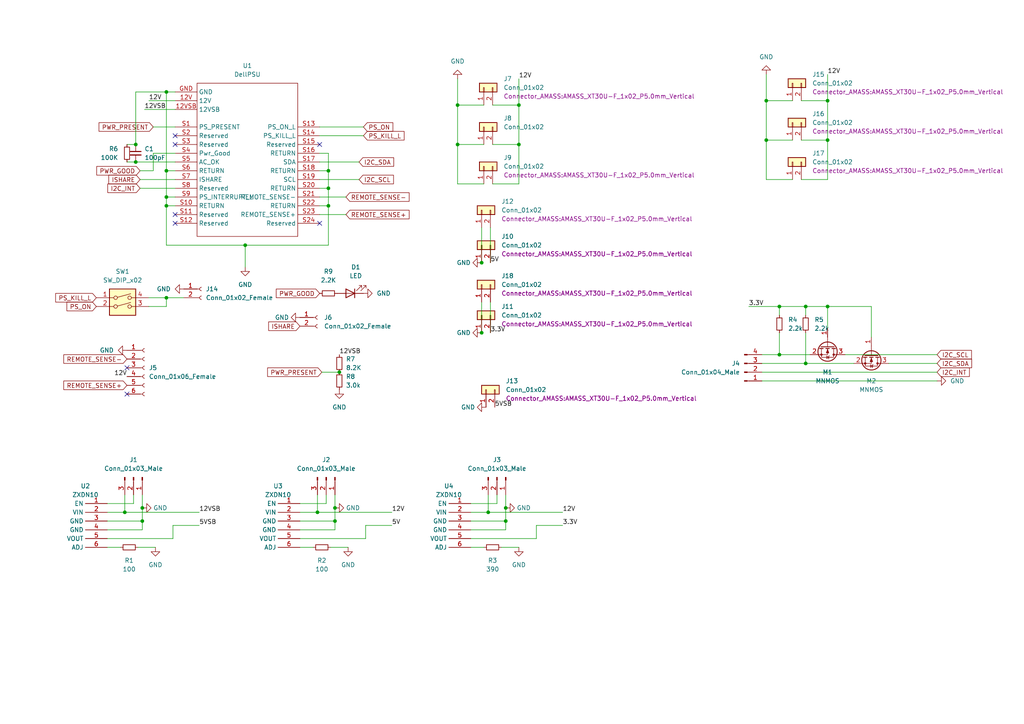
<source format=kicad_sch>
(kicad_sch (version 20211123) (generator eeschema)
  (paper "A4")
  (lib_symbols
    (symbol "Connector:Conn_01x02_Female" (pin_names (offset 1.016) hide)
      (property "Reference" "J" (at 0 2.54 0))
      (property "Value" "Conn_01x02_Female" (at 0 -5.08 0))
      (symbol "Conn_01x02_Female_1_1"
        (arc (start 0 -2.032) (mid -0.508 -2.54) (end 0 -3.048) (stroke (width 0.1524)))
        (polyline (pts (xy -1.27 -2.54) (xy -0.508 -2.54)) (stroke (width 0.1524)))
        (polyline (pts (xy -1.27 0) (xy -0.508 0)) (stroke (width 0.1524)))
        (arc (start 0 0.508) (mid -0.508 0) (end 0 -0.508) (stroke (width 0.1524)))
        (pin passive line (at -5.08 0 0) (length 3.81) (name "Pin_1") (number "1"))
        (pin passive line (at -5.08 -2.54 0) (length 3.81) (name "Pin_2") (number "2"))
      )
    )
    (symbol "Connector:Conn_01x03_Male" (pin_names (offset 1.016) hide)
      (property "Reference" "J" (at 0 5.08 0))
      (property "Value" "Conn_01x03_Male" (at 0 -5.08 0))
      (symbol "Conn_01x03_Male_1_1"
        (polyline (pts (xy 1.27 -2.54) (xy 0.8636 -2.54)) (stroke (width 0.1524)))
        (polyline (pts (xy 1.27 0) (xy 0.8636 0)) (stroke (width 0.1524)))
        (polyline (pts (xy 1.27 2.54) (xy 0.8636 2.54)) (stroke (width 0.1524)))
        (rectangle (start 0.8636 -2.413) (end 0 -2.667) (stroke (width 0.1524)) (fill (type outline)))
        (rectangle (start 0.8636 0.127) (end 0 -0.127) (stroke (width 0.1524)) (fill (type outline)))
        (rectangle (start 0.8636 2.667) (end 0 2.413) (stroke (width 0.1524)) (fill (type outline)))
        (pin passive line (at 5.08 2.54 180) (length 3.81) (name "Pin_1") (number "1"))
        (pin passive line (at 5.08 0 180) (length 3.81) (name "Pin_2") (number "2"))
        (pin passive line (at 5.08 -2.54 180) (length 3.81) (name "Pin_3") (number "3"))
      )
    )
    (symbol "Connector:Conn_01x04_Male" (pin_names (offset 1.016) hide)
      (property "Reference" "J" (at 0 5.08 0))
      (property "Value" "Conn_01x04_Male" (at 0 -7.62 0))
      (symbol "Conn_01x04_Male_1_1"
        (polyline (pts (xy 1.27 -5.08) (xy 0.8636 -5.08)) (stroke (width 0.1524)))
        (polyline (pts (xy 1.27 -2.54) (xy 0.8636 -2.54)) (stroke (width 0.1524)))
        (polyline (pts (xy 1.27 0) (xy 0.8636 0)) (stroke (width 0.1524)))
        (polyline (pts (xy 1.27 2.54) (xy 0.8636 2.54)) (stroke (width 0.1524)))
        (rectangle (start 0.8636 -4.953) (end 0 -5.207) (stroke (width 0.1524)) (fill (type outline)))
        (rectangle (start 0.8636 -2.413) (end 0 -2.667) (stroke (width 0.1524)) (fill (type outline)))
        (rectangle (start 0.8636 0.127) (end 0 -0.127) (stroke (width 0.1524)) (fill (type outline)))
        (rectangle (start 0.8636 2.667) (end 0 2.413) (stroke (width 0.1524)) (fill (type outline)))
        (pin passive line (at 5.08 2.54 180) (length 3.81) (name "Pin_1") (number "1"))
        (pin passive line (at 5.08 0 180) (length 3.81) (name "Pin_2") (number "2"))
        (pin passive line (at 5.08 -2.54 180) (length 3.81) (name "Pin_3") (number "3"))
        (pin passive line (at 5.08 -5.08 180) (length 3.81) (name "Pin_4") (number "4"))
      )
    )
    (symbol "Connector:Conn_01x06_Female" (pin_names (offset 1.016) hide)
      (property "Reference" "J" (at 0 7.62 0))
      (property "Value" "Conn_01x06_Female" (at 0 -10.16 0))
      (symbol "Conn_01x06_Female_1_1"
        (arc (start 0 -7.112) (mid -0.508 -7.62) (end 0 -8.128) (stroke (width 0.1524)))
        (arc (start 0 -4.572) (mid -0.508 -5.08) (end 0 -5.588) (stroke (width 0.1524)))
        (arc (start 0 -2.032) (mid -0.508 -2.54) (end 0 -3.048) (stroke (width 0.1524)))
        (polyline (pts (xy -1.27 -7.62) (xy -0.508 -7.62)) (stroke (width 0.1524)))
        (polyline (pts (xy -1.27 -5.08) (xy -0.508 -5.08)) (stroke (width 0.1524)))
        (polyline (pts (xy -1.27 -2.54) (xy -0.508 -2.54)) (stroke (width 0.1524)))
        (polyline (pts (xy -1.27 0) (xy -0.508 0)) (stroke (width 0.1524)))
        (polyline (pts (xy -1.27 2.54) (xy -0.508 2.54)) (stroke (width 0.1524)))
        (polyline (pts (xy -1.27 5.08) (xy -0.508 5.08)) (stroke (width 0.1524)))
        (arc (start 0 0.508) (mid -0.508 0) (end 0 -0.508) (stroke (width 0.1524)))
        (arc (start 0 3.048) (mid -0.508 2.54) (end 0 2.032) (stroke (width 0.1524)))
        (arc (start 0 5.588) (mid -0.508 5.08) (end 0 4.572) (stroke (width 0.1524)))
        (pin passive line (at -5.08 5.08 0) (length 3.81) (name "Pin_1") (number "1"))
        (pin passive line (at -5.08 2.54 0) (length 3.81) (name "Pin_2") (number "2"))
        (pin passive line (at -5.08 0 0) (length 3.81) (name "Pin_3") (number "3"))
        (pin passive line (at -5.08 -2.54 0) (length 3.81) (name "Pin_4") (number "4"))
        (pin passive line (at -5.08 -5.08 0) (length 3.81) (name "Pin_5") (number "5"))
        (pin passive line (at -5.08 -7.62 0) (length 3.81) (name "Pin_6") (number "6"))
      )
    )
    (symbol "Connector_Generic:Conn_01x02" (pin_names (offset 1.016) hide)
      (property "Reference" "J" (at 0 2.54 0))
      (property "Value" "Conn_01x02" (at 0 -5.08 0))
      (symbol "Conn_01x02_1_1"
        (rectangle (start -1.27 -2.413) (end 0 -2.667) (stroke (width 0.1524)))
        (rectangle (start -1.27 0.127) (end 0 -0.127) (stroke (width 0.1524)))
        (rectangle (start -1.27 1.27) (end 1.27 -3.81) (stroke (width 0.254)) (fill (type background)))
        (pin passive line (at -5.08 0 0) (length 3.81) (name "Pin_1") (number "1"))
        (pin passive line (at -5.08 -2.54 0) (length 3.81) (name "Pin_2") (number "2"))
      )
    )
    (symbol "Device:C_Small" (pin_numbers hide) (pin_names (offset 0.254) hide)
      (property "Reference" "C" (at 0.254 1.778 0))
      (property "Value" "C_Small" (at 0.254 -2.032 0))
      (symbol "C_Small_0_1"
        (polyline (pts (xy -1.524 -0.508) (xy 1.524 -0.508)) (stroke (width 0.3302)))
        (polyline (pts (xy -1.524 0.508) (xy 1.524 0.508)) (stroke (width 0.3048)))
      )
      (symbol "C_Small_1_1"
        (pin passive line (at 0 2.54 270) (length 2.032) (name "~") (number "1"))
        (pin passive line (at 0 -2.54 90) (length 2.032) (name "~") (number "2"))
      )
    )
    (symbol "Device:LED" (pin_numbers hide) (pin_names (offset 1.016) hide)
      (property "Reference" "D" (at 0 2.54 0))
      (property "Value" "LED" (at 0 -2.54 0))
      (symbol "LED_0_1"
        (polyline (pts (xy -1.27 -1.27) (xy -1.27 1.27)) (stroke (width 0.254)))
        (polyline (pts (xy -1.27 0) (xy 1.27 0)))
        (polyline (pts (xy 1.27 -1.27) (xy 1.27 1.27) (xy -1.27 0) (xy 1.27 -1.27)) (stroke (width 0.254)))
        (polyline (pts (xy -3.048 -0.762) (xy -4.572 -2.286) (xy -3.81 -2.286) (xy -4.572 -2.286) (xy -4.572 -1.524)))
        (polyline (pts (xy -1.778 -0.762) (xy -3.302 -2.286) (xy -2.54 -2.286) (xy -3.302 -2.286) (xy -3.302 -1.524)))
      )
      (symbol "LED_1_1"
        (pin passive line (at -3.81 0 0) (length 2.54) (name "K") (number "1"))
        (pin passive line (at 3.81 0 180) (length 2.54) (name "A") (number "2"))
      )
    )
    (symbol "Device:Q_NMOS_GSD" (pin_names (offset 0) hide)
      (property "Reference" "Q" (at 5.08 1.27 0))
      (property "Value" "Q_NMOS_GSD" (at 5.08 -1.27 0))
      (symbol "Q_NMOS_GSD_0_1"
        (polyline (pts (xy 0.254 0) (xy -2.54 0)))
        (polyline (pts (xy 0.254 1.905) (xy 0.254 -1.905)) (stroke (width 0.254)))
        (polyline (pts (xy 0.762 -1.27) (xy 0.762 -2.286)) (stroke (width 0.254)))
        (polyline (pts (xy 0.762 0.508) (xy 0.762 -0.508)) (stroke (width 0.254)))
        (polyline (pts (xy 0.762 2.286) (xy 0.762 1.27)) (stroke (width 0.254)))
        (polyline (pts (xy 2.54 2.54) (xy 2.54 1.778)))
        (polyline (pts (xy 2.54 -2.54) (xy 2.54 0) (xy 0.762 0)))
        (polyline (pts (xy 0.762 -1.778) (xy 3.302 -1.778) (xy 3.302 1.778) (xy 0.762 1.778)))
        (polyline (pts (xy 1.016 0) (xy 2.032 0.381) (xy 2.032 -0.381) (xy 1.016 0)) (fill (type outline)))
        (polyline (pts (xy 2.794 0.508) (xy 2.921 0.381) (xy 3.683 0.381) (xy 3.81 0.254)))
        (polyline (pts (xy 3.302 0.381) (xy 2.921 -0.254) (xy 3.683 -0.254) (xy 3.302 0.381)))
        (circle (center 1.651 0) (radius 2.794) (stroke (width 0.254)))
        (circle (center 2.54 -1.778) (radius 0.254) (fill (type outline)))
        (circle (center 2.54 1.778) (radius 0.254) (fill (type outline)))
      )
      (symbol "Q_NMOS_GSD_1_1"
        (pin input line (at -5.08 0 0) (length 2.54) (name "G") (number "1"))
        (pin passive line (at 2.54 -5.08 90) (length 2.54) (name "S") (number "2"))
        (pin passive line (at 2.54 5.08 270) (length 2.54) (name "D") (number "3"))
      )
    )
    (symbol "Device:R_Small" (pin_numbers hide) (pin_names (offset 0.254) hide)
      (property "Reference" "R" (at 0.762 0.508 0))
      (property "Value" "R_Small" (at 0.762 -1.016 0))
      (symbol "R_Small_0_1"
        (rectangle (start -0.762 1.778) (end 0.762 -1.778) (stroke (width 0.2032)))
      )
      (symbol "R_Small_1_1"
        (pin passive line (at 0 2.54 270) (length 0.762) (name "~") (number "1"))
        (pin passive line (at 0 -2.54 90) (length 0.762) (name "~") (number "2"))
      )
    )
    (symbol "Library:DellPSU"
      (property "Reference" "U" (at 8.89 2.54 0))
      (property "Value" "DellPSU" (at 8.89 5.08 0))
      (symbol "DellPSU_0_1"
        (rectangle (start -2.54 0) (end 26.67 -44.45))
      )
      (symbol "DellPSU_1_1"
        (pin output line (at -8.89 -5.08 0) (length 6.35) (name "12V") (number "12V"))
        (pin output line (at -8.89 -7.62 0) (length 6.35) (name "12VSB") (number "12VSB"))
        (pin output line (at -8.89 -2.54 0) (length 6.35) (name "GND") (number "GND"))
        (pin output line (at -8.89 -12.7 0) (length 6.35) (name "PS_PRESENT") (number "S1"))
        (pin output line (at -8.89 -35.56 0) (length 6.35) (name "RETURN") (number "S10"))
        (pin output line (at -8.89 -38.1 0) (length 6.35) (name "Reserved") (number "S11"))
        (pin output line (at -8.89 -40.64 0) (length 6.35) (name "Reserved") (number "S12"))
        (pin output line (at 33.02 -12.7 180) (length 6.35) (name "PS_ON_L") (number "S13"))
        (pin output line (at 33.02 -15.24 180) (length 6.35) (name "PS_KILL_L") (number "S14"))
        (pin output line (at 33.02 -17.78 180) (length 6.35) (name "Reserved") (number "S15"))
        (pin output line (at 33.02 -20.32 180) (length 6.35) (name "RETURN") (number "S16"))
        (pin output line (at 33.02 -22.86 180) (length 6.35) (name "SDA") (number "S17"))
        (pin output line (at 33.02 -25.4 180) (length 6.35) (name "RETURN") (number "S18"))
        (pin output line (at 33.02 -27.94 180) (length 6.35) (name "SCL") (number "S19"))
        (pin output line (at -8.89 -15.24 0) (length 6.35) (name "Reserved") (number "S2"))
        (pin output line (at 33.02 -30.48 180) (length 6.35) (name "RETURN") (number "S20"))
        (pin output line (at 33.02 -33.02 180) (length 6.35) (name "REMOTE_SENSE-") (number "S21"))
        (pin output line (at 33.02 -35.56 180) (length 6.35) (name "RETURN") (number "S22"))
        (pin output line (at 33.02 -38.1 180) (length 6.35) (name "REMOTE_SENSE+") (number "S23"))
        (pin output line (at 33.02 -40.64 180) (length 6.35) (name "Reserved") (number "S24"))
        (pin output line (at -8.89 -17.78 0) (length 6.35) (name "Reserved") (number "S3"))
        (pin output line (at -8.89 -20.32 0) (length 6.35) (name "Pwr_Good") (number "S4"))
        (pin output line (at -8.89 -22.86 0) (length 6.35) (name "AC_OK") (number "S5"))
        (pin output line (at -8.89 -25.4 0) (length 6.35) (name "RETURN") (number "S6"))
        (pin output line (at -8.89 -27.94 0) (length 6.35) (name "ISHARE") (number "S7"))
        (pin output line (at -8.89 -30.48 0) (length 6.35) (name "Reserved") (number "S8"))
        (pin output line (at -8.89 -33.02 0) (length 6.35) (name "PS_INTERRUPT_L") (number "S9"))
      )
    )
    (symbol "Library:ZXDN10"
      (property "Reference" "U" (at 0 0 0))
      (property "Value" "ZXDN10" (at 0 2.54 0))
      (symbol "ZXDN10_1_1"
        (pin output line (at 3.81 -3.81 180) (length 6.35) (name "EN") (number "1"))
        (pin output line (at 3.81 -6.35 180) (length 6.35) (name "VIN") (number "2"))
        (pin output line (at 3.81 -8.89 180) (length 6.35) (name "GND") (number "3"))
        (pin output line (at 3.81 -11.43 180) (length 6.35) (name "GND") (number "4"))
        (pin output line (at 3.81 -13.97 180) (length 6.35) (name "VOUT") (number "5"))
        (pin output line (at 3.81 -16.51 180) (length 6.35) (name "ADJ") (number "6"))
      )
    )
    (symbol "Switch:SW_DIP_x02" (pin_names (offset 0) hide)
      (property "Reference" "SW" (at 0 6.35 0))
      (property "Value" "SW_DIP_x02" (at 0 -3.81 0))
      (symbol "SW_DIP_x02_0_0"
        (circle (center -2.032 0) (radius 0.508))
        (circle (center -2.032 2.54) (radius 0.508))
        (polyline (pts (xy -1.524 0.127) (xy 2.3622 1.1684)))
        (polyline (pts (xy -1.524 2.667) (xy 2.3622 3.7084)))
        (circle (center 2.032 0) (radius 0.508))
        (circle (center 2.032 2.54) (radius 0.508))
      )
      (symbol "SW_DIP_x02_0_1"
        (rectangle (start -3.81 5.08) (end 3.81 -2.54) (stroke (width 0.254)) (fill (type background)))
      )
      (symbol "SW_DIP_x02_1_1"
        (pin passive line (at -7.62 2.54 0) (length 5.08) (name "~") (number "1"))
        (pin passive line (at -7.62 0 0) (length 5.08) (name "~") (number "2"))
        (pin passive line (at 7.62 0 180) (length 5.08) (name "~") (number "3"))
        (pin passive line (at 7.62 2.54 180) (length 5.08) (name "~") (number "4"))
      )
    )
    (symbol "power:GND" (power) (pin_names (offset 0))
      (property "Value" "GND" (at 0 -3.81 0))
      (symbol "GND_0_1"
        (polyline (pts (xy 0 0) (xy 0 -1.27) (xy 1.27 -1.27) (xy 0 -2.54) (xy -1.27 -1.27) (xy 0 -1.27)))
      )
      (symbol "GND_1_1"
        (pin power_in line (at 0 0 270) (length 0) hide (name "GND") (number "1"))
      )
    )
  )
  (junction (at 226.06 102.87))
  (junction (at 71.12 71.12))
  (junction (at 39.37 41.91))
  (junction (at 141.605 148.59))
  (junction (at 146.685 151.13))
  (junction (at 132.715 30.48))
  (junction (at 240.03 40.64))
  (junction (at 48.26 49.53))
  (junction (at 150.495 30.48))
  (junction (at 139.7 76.2))
  (junction (at 97.155 147.32))
  (junction (at 222.25 40.64))
  (junction (at 226.06 88.9))
  (junction (at 97.155 151.13))
  (junction (at 36.195 148.59))
  (junction (at 48.26 59.69))
  (junction (at 233.68 105.41))
  (junction (at 92.075 148.59))
  (junction (at 132.715 41.91))
  (junction (at 41.275 151.13))
  (junction (at 233.68 88.9))
  (junction (at 39.37 46.99))
  (junction (at 95.25 54.61))
  (junction (at 48.26 57.15))
  (junction (at 222.25 29.21))
  (junction (at 41.275 147.32))
  (junction (at 95.25 49.53))
  (junction (at 146.685 147.32))
  (junction (at 95.25 59.69))
  (junction (at 48.26 86.36))
  (junction (at 240.03 88.9))
  (junction (at 48.26 26.67))
  (junction (at 98.425 107.95))
  (junction (at 150.495 41.91))
  (junction (at 139.7 96.52))
  (junction (at 240.03 29.21))
  (no_connect (at 36.83 114.3))
  (no_connect (at 36.83 106.68))
  (no_connect (at 92.71 64.77))
  (no_connect (at 50.8 62.23))
  (no_connect (at 50.8 41.91))
  (no_connect (at 50.8 39.37))
  (no_connect (at 50.8 64.77))
  (no_connect (at 92.71 41.91))
  (wire (pts (xy 240.03 88.9) (xy 252.73 88.9)))
  (wire (pts (xy 48.26 71.12) (xy 71.12 71.12)))
  (wire (pts (xy 92.71 57.15) (xy 100.33 57.15)))
  (wire (pts (xy 92.71 52.07) (xy 104.14 52.07)))
  (wire (pts (xy 146.685 151.13) (xy 136.525 151.13)))
  (wire (pts (xy 92.075 148.59) (xy 113.665 148.59)))
  (wire (pts (xy 48.26 59.69) (xy 48.26 71.12)))
  (wire (pts (xy 86.995 156.21) (xy 106.045 156.21)))
  (wire (pts (xy 39.37 26.67) (xy 48.26 26.67)))
  (wire (pts (xy 40.64 54.61) (xy 50.8 54.61)))
  (wire (pts (xy 95.885 158.75) (xy 100.965 158.75)))
  (wire (pts (xy 94.615 146.05) (xy 94.615 143.51)))
  (wire (pts (xy 36.83 46.99) (xy 39.37 46.99)))
  (wire (pts (xy 150.495 53.34) (xy 142.875 53.34)))
  (wire (pts (xy 44.45 49.53) (xy 44.45 44.45)))
  (wire (pts (xy 142.24 66.04) (xy 142.24 76.2)))
  (wire (pts (xy 155.575 152.4) (xy 163.195 152.4)))
  (wire (pts (xy 150.495 30.48) (xy 142.875 30.48)))
  (wire (pts (xy 43.18 88.9) (xy 48.26 88.9)))
  (wire (pts (xy 222.25 52.07) (xy 229.87 52.07)))
  (wire (pts (xy 252.73 88.9) (xy 252.73 97.79)))
  (wire (pts (xy 222.25 40.64) (xy 222.25 52.07)))
  (wire (pts (xy 222.25 29.21) (xy 222.25 40.64)))
  (wire (pts (xy 71.12 71.12) (xy 71.12 77.47)))
  (wire (pts (xy 132.715 41.91) (xy 140.335 41.91)))
  (wire (pts (xy 92.71 44.45) (xy 95.25 44.45)))
  (wire (pts (xy 40.64 49.53) (xy 44.45 49.53)))
  (wire (pts (xy 95.25 54.61) (xy 95.25 49.53)))
  (wire (pts (xy 220.98 105.41) (xy 233.68 105.41)))
  (wire (pts (xy 240.03 21.59) (xy 240.03 29.21)))
  (wire (pts (xy 136.525 156.21) (xy 155.575 156.21)))
  (wire (pts (xy 240.03 29.21) (xy 232.41 29.21)))
  (wire (pts (xy 36.195 148.59) (xy 36.195 143.51)))
  (wire (pts (xy 132.715 41.91) (xy 132.715 53.34)))
  (wire (pts (xy 257.81 105.41) (xy 271.78 105.41)))
  (wire (pts (xy 31.115 148.59) (xy 36.195 148.59)))
  (wire (pts (xy 44.45 36.83) (xy 50.8 36.83)))
  (wire (pts (xy 48.26 57.15) (xy 50.8 57.15)))
  (wire (pts (xy 97.155 151.13) (xy 86.995 151.13)))
  (wire (pts (xy 36.195 148.59) (xy 57.785 148.59)))
  (wire (pts (xy 95.25 71.12) (xy 95.25 59.69)))
  (wire (pts (xy 92.075 148.59) (xy 92.075 143.51)))
  (wire (pts (xy 86.995 148.59) (xy 92.075 148.59)))
  (wire (pts (xy 39.37 41.91) (xy 39.37 26.67)))
  (wire (pts (xy 132.715 30.48) (xy 132.715 41.91)))
  (wire (pts (xy 38.735 146.05) (xy 38.735 143.51)))
  (wire (pts (xy 31.115 156.21) (xy 50.165 156.21)))
  (wire (pts (xy 48.26 49.53) (xy 48.26 57.15)))
  (wire (pts (xy 92.71 59.69) (xy 95.25 59.69)))
  (wire (pts (xy 142.24 87.63) (xy 142.24 96.52)))
  (wire (pts (xy 31.115 158.75) (xy 34.925 158.75)))
  (wire (pts (xy 150.495 41.91) (xy 150.495 30.48)))
  (wire (pts (xy 245.11 102.87) (xy 271.78 102.87)))
  (wire (pts (xy 141.605 148.59) (xy 141.605 143.51)))
  (wire (pts (xy 93.345 107.95) (xy 98.425 107.95)))
  (wire (pts (xy 232.41 40.64) (xy 240.03 40.64)))
  (wire (pts (xy 136.525 146.05) (xy 144.145 146.05)))
  (wire (pts (xy 240.03 40.64) (xy 240.03 52.07)))
  (wire (pts (xy 92.71 46.99) (xy 104.14 46.99)))
  (wire (pts (xy 226.06 96.52) (xy 226.06 102.87)))
  (wire (pts (xy 95.25 49.53) (xy 95.25 44.45)))
  (wire (pts (xy 86.995 146.05) (xy 94.615 146.05)))
  (wire (pts (xy 92.71 39.37) (xy 105.41 39.37)))
  (wire (pts (xy 41.275 147.32) (xy 41.275 151.13)))
  (wire (pts (xy 233.68 88.9) (xy 233.68 91.44)))
  (wire (pts (xy 40.64 52.07) (xy 50.8 52.07)))
  (wire (pts (xy 50.165 152.4) (xy 57.785 152.4)))
  (wire (pts (xy 41.275 143.51) (xy 41.275 147.32)))
  (wire (pts (xy 146.685 147.32) (xy 146.685 151.13)))
  (wire (pts (xy 233.68 88.9) (xy 240.03 88.9)))
  (wire (pts (xy 48.26 57.15) (xy 48.26 59.69)))
  (wire (pts (xy 222.25 40.64) (xy 229.87 40.64)))
  (wire (pts (xy 141.605 148.59) (xy 163.195 148.59)))
  (wire (pts (xy 43.18 29.21) (xy 50.8 29.21)))
  (wire (pts (xy 92.71 36.83) (xy 105.41 36.83)))
  (wire (pts (xy 220.98 107.95) (xy 271.78 107.95)))
  (wire (pts (xy 36.83 41.91) (xy 39.37 41.91)))
  (wire (pts (xy 146.685 153.67) (xy 146.685 151.13)))
  (wire (pts (xy 240.03 52.07) (xy 232.41 52.07)))
  (wire (pts (xy 240.03 40.64) (xy 240.03 29.21)))
  (wire (pts (xy 142.875 41.91) (xy 150.495 41.91)))
  (wire (pts (xy 144.145 146.05) (xy 144.145 143.51)))
  (wire (pts (xy 41.275 151.13) (xy 31.115 151.13)))
  (wire (pts (xy 150.495 22.86) (xy 150.495 30.48)))
  (wire (pts (xy 41.275 153.67) (xy 41.275 151.13)))
  (wire (pts (xy 240.03 88.9) (xy 240.03 95.25)))
  (wire (pts (xy 136.525 158.75) (xy 140.335 158.75)))
  (wire (pts (xy 139.7 87.63) (xy 139.7 96.52)))
  (wire (pts (xy 226.06 88.9) (xy 233.68 88.9)))
  (wire (pts (xy 139.7 66.04) (xy 139.7 76.2)))
  (wire (pts (xy 220.98 110.49) (xy 271.78 110.49)))
  (wire (pts (xy 40.005 158.75) (xy 45.085 158.75)))
  (wire (pts (xy 97.155 153.67) (xy 97.155 151.13)))
  (wire (pts (xy 86.995 158.75) (xy 90.805 158.75)))
  (wire (pts (xy 48.26 49.53) (xy 50.8 49.53)))
  (wire (pts (xy 150.495 41.91) (xy 150.495 53.34)))
  (wire (pts (xy 31.115 146.05) (xy 38.735 146.05)))
  (wire (pts (xy 50.165 156.21) (xy 50.165 152.4)))
  (wire (pts (xy 97.155 143.51) (xy 97.155 147.32)))
  (wire (pts (xy 220.98 102.87) (xy 226.06 102.87)))
  (wire (pts (xy 95.25 59.69) (xy 95.25 54.61)))
  (wire (pts (xy 146.685 143.51) (xy 146.685 147.32)))
  (wire (pts (xy 48.26 26.67) (xy 48.26 49.53)))
  (wire (pts (xy 217.17 88.9) (xy 226.06 88.9)))
  (wire (pts (xy 43.18 86.36) (xy 48.26 86.36)))
  (wire (pts (xy 50.8 26.67) (xy 48.26 26.67)))
  (wire (pts (xy 48.26 88.9) (xy 48.26 86.36)))
  (wire (pts (xy 106.045 156.21) (xy 106.045 152.4)))
  (wire (pts (xy 132.715 22.86) (xy 132.715 30.48)))
  (wire (pts (xy 155.575 156.21) (xy 155.575 152.4)))
  (wire (pts (xy 92.71 54.61) (xy 95.25 54.61)))
  (wire (pts (xy 48.26 86.36) (xy 53.34 86.36)))
  (wire (pts (xy 92.71 62.23) (xy 100.33 62.23)))
  (wire (pts (xy 39.37 46.99) (xy 50.8 46.99)))
  (wire (pts (xy 233.68 105.41) (xy 247.65 105.41)))
  (wire (pts (xy 48.26 59.69) (xy 50.8 59.69)))
  (wire (pts (xy 226.06 102.87) (xy 234.95 102.87)))
  (wire (pts (xy 136.525 148.59) (xy 141.605 148.59)))
  (wire (pts (xy 44.45 44.45) (xy 50.8 44.45)))
  (wire (pts (xy 71.12 71.12) (xy 95.25 71.12)))
  (wire (pts (xy 222.25 21.59) (xy 222.25 29.21)))
  (wire (pts (xy 41.91 31.75) (xy 50.8 31.75)))
  (wire (pts (xy 226.06 88.9) (xy 226.06 91.44)))
  (wire (pts (xy 86.995 153.67) (xy 97.155 153.67)))
  (wire (pts (xy 145.415 158.75) (xy 150.495 158.75)))
  (wire (pts (xy 106.045 152.4) (xy 113.665 152.4)))
  (wire (pts (xy 92.71 49.53) (xy 95.25 49.53)))
  (wire (pts (xy 132.715 30.48) (xy 140.335 30.48)))
  (wire (pts (xy 136.525 153.67) (xy 146.685 153.67)))
  (wire (pts (xy 222.25 29.21) (xy 229.87 29.21)))
  (wire (pts (xy 97.155 147.32) (xy 97.155 151.13)))
  (wire (pts (xy 233.68 96.52) (xy 233.68 105.41)))
  (wire (pts (xy 31.115 153.67) (xy 41.275 153.67)))
  (wire (pts (xy 132.715 53.34) (xy 140.335 53.34)))
  (label "12V" (at 36.83 109.22 180))
  (label "5V" (at 113.665 152.4 0))
  (label "12V" (at 240.03 21.59 0))
  (label "12V" (at 150.495 22.86 0))
  (label "12V" (at 43.18 29.21 0))
  (label "5V" (at 142.24 76.2 0))
  (label "12VSB" (at 41.91 31.75 0))
  (label "3.3V" (at 217.17 88.9 0))
  (label "5VSB" (at 143.51 118.11 0))
  (label "3.3V" (at 163.195 152.4 0))
  (label "5VSB" (at 57.785 152.4 0))
  (label "12VSB" (at 98.425 102.87 0))
  (label "3.3V" (at 142.24 96.52 0))
  (label "12VSB" (at 57.785 148.59 0))
  (label "12V" (at 113.665 148.59 0))
  (label "12V" (at 163.195 148.59 0))
  (global_label "I2C_SCL" (shape input) (at 104.14 52.07 0) (property "插入图纸页参考" "${INTERSHEET_REFS}" (effects hide)))
  (global_label "I2C_SDA" (shape input) (at 271.78 105.41 0) (property "插入图纸页参考" "${INTERSHEET_REFS}" (effects hide)))
  (global_label "REMOTE_SENSE-" (shape input) (at 36.83 104.14 180) (property "插入图纸页参考" "${INTERSHEET_REFS}" (effects hide)))
  (global_label "PS_ON" (shape input) (at 27.94 88.9 180) (property "插入图纸页参考" "${INTERSHEET_REFS}" (effects hide)))
  (global_label "PWR_GOOD" (shape input) (at 92.71 85.09 180) (property "插入图纸页参考" "${INTERSHEET_REFS}" (effects hide)))
  (global_label "I2C_SDA" (shape input) (at 104.14 46.99 0) (property "插入图纸页参考" "${INTERSHEET_REFS}" (effects hide)))
  (global_label "REMOTE_SENSE+" (shape input) (at 100.33 62.23 0) (property "插入图纸页参考" "${INTERSHEET_REFS}" (effects hide)))
  (global_label "REMOTE_SENSE+" (shape input) (at 36.83 111.76 180) (property "插入图纸页参考" "${INTERSHEET_REFS}" (effects hide)))
  (global_label "I2C_INT" (shape input) (at 271.78 107.95 0) (property "插入图纸页参考" "${INTERSHEET_REFS}" (effects hide)))
  (global_label "PS_ON" (shape input) (at 105.41 36.83 0) (property "插入图纸页参考" "${INTERSHEET_REFS}" (effects hide)))
  (global_label "PS_KILL_L" (shape input) (at 27.94 86.36 180) (property "插入图纸页参考" "${INTERSHEET_REFS}" (effects hide)))
  (global_label "I2C_SCL" (shape input) (at 271.78 102.87 0) (property "插入图纸页参考" "${INTERSHEET_REFS}" (effects hide)))
  (global_label "PWR_PRESENT" (shape input) (at 93.345 107.95 180) (property "插入图纸页参考" "${INTERSHEET_REFS}" (effects hide)))
  (global_label "ISHARE" (shape input) (at 86.995 94.615 180) (property "插入图纸页参考" "${INTERSHEET_REFS}" (effects hide)))
  (global_label "ISHARE" (shape input) (at 40.64 52.07 180) (property "插入图纸页参考" "${INTERSHEET_REFS}" (effects hide)))
  (global_label "REMOTE_SENSE-" (shape input) (at 100.33 57.15 0) (property "插入图纸页参考" "${INTERSHEET_REFS}" (effects hide)))
  (global_label "PWR_GOOD" (shape input) (at 40.64 49.53 180) (property "插入图纸页参考" "${INTERSHEET_REFS}" (effects hide)))
  (global_label "PWR_PRESENT" (shape input) (at 44.45 36.83 180) (property "插入图纸页参考" "${INTERSHEET_REFS}" (effects hide)))
  (global_label "PS_KILL_L" (shape input) (at 105.41 39.37 0) (property "插入图纸页参考" "${INTERSHEET_REFS}" (effects hide)))
  (global_label "I2C_INT" (shape input) (at 40.64 54.61 180) (property "插入图纸页参考" "${INTERSHEET_REFS}" (effects hide)))
  (symbol (lib_id "Device:Q_NMOS_GSD") (at 252.73 102.87 270) (unit 1)
    (property "Reference" "M2" (at 252.73 110.49 90))
    (property "Value" "MNMOS" (at 252.73 113.03 90))
    (property "Footprint" "Package_TO_SOT_SMD:SOT-23" (effects hide))
  )
  (symbol (lib_id "Connector:Conn_01x02_Female") (at 92.075 92.075 0) (unit 1)
    (property "Reference" "J6" (at 93.98 92.0749 0) (effects (justify left)))
    (property "Value" "Conn_01x02_Female" (at 93.98 94.6149 0) (effects (justify left)))
    (property "Footprint" "Connector_PinHeader_2.54mm:PinHeader_1x02_P2.54mm_Vertical" (effects hide))
  )
  (symbol (lib_id "power:GND") (at 105.41 85.09 90) (unit 1)
    (property "Reference" "#PWR0113" (effects hide))
    (property "Value" "GND" (at 109.22 85.0899 90) (effects (justify right)))
  )
  (symbol (lib_id "power:GND") (at 139.7 76.2 270) (unit 1)
    (property "Reference" "#PWR0116" (effects hide))
    (property "Value" "GND" (at 136.525 76.1999 90) (effects (justify right)))
  )
  (symbol (lib_id "Device:R_Small") (at 226.06 93.98 0) (unit 1)
    (property "Reference" "R4" (at 228.6 92.7099 0) (effects (justify left)))
    (property "Value" "2.2k" (at 228.6 95.2499 0) (effects (justify left)))
    (property "Footprint" "Resistor_SMD:R_0402_1005Metric_Pad0.72x0.64mm_HandSolder" (effects hide))
  )
  (symbol (lib_id "Device:LED") (at 101.6 85.09 180) (unit 1)
    (property "Reference" "D1" (at 103.1875 77.47 0))
    (property "Value" "LED" (at 103.1875 80.01 0))
    (property "Footprint" "LED_SMD:LED_0402_1005Metric_Pad0.77x0.64mm_HandSolder" (effects hide))
  )
  (symbol (lib_id "Library:ZXDN10") (at 132.715 142.24 0) (unit 1)
    (property "Reference" "U4" (at 130.175 140.97 0))
    (property "Value" "ZXDN10" (at 130.175 143.51 0))
    (property "Footprint" "Library:ZXDN10" (effects hide))
  )
  (symbol (lib_id "power:GND") (at 41.275 147.32 90) (unit 1)
    (property "Reference" "#PWR0107" (effects hide))
    (property "Value" "GND" (at 44.45 147.3199 90) (effects (justify right)))
  )
  (symbol (lib_id "power:GND") (at 271.78 110.49 90) (unit 1)
    (property "Reference" "#PWR0108" (effects hide))
    (property "Value" "GND" (at 275.59 110.4899 90) (effects (justify right)))
  )
  (symbol (lib_id "Device:R_Small") (at 93.345 158.75 270) (unit 1)
    (property "Reference" "R2" (at 93.345 162.56 90))
    (property "Value" "100" (at 93.345 165.1 90))
    (property "Footprint" "Resistor_SMD:R_0402_1005Metric_Pad0.72x0.64mm_HandSolder" (effects hide))
  )
  (symbol (lib_id "Connector_Generic:Conn_01x02") (at 139.7 60.96 90) (unit 1)
    (property "Reference" "J12" (at 145.415 58.4199 90) (effects (justify right)))
    (property "Value" "Conn_01x02" (at 145.415 60.9599 90) (effects (justify right)))
    (property "Footprint" "Connector_AMASS:AMASS_XT30U-F_1x02_P5.0mm_Vertical" (at 145.415 63.4999 90) (effects (justify right)))
  )
  (symbol (lib_id "power:GND") (at 150.495 158.75 0) (unit 1)
    (property "Reference" "#PWR0102" (effects hide))
    (property "Value" "GND" (at 150.495 163.83 0))
  )
  (symbol (lib_id "Device:Q_NMOS_GSD") (at 240.03 100.33 270) (unit 1)
    (property "Reference" "M1" (at 240.03 107.95 90))
    (property "Value" "MNMOS" (at 240.03 110.49 90))
    (property "Footprint" "Package_TO_SOT_SMD:SOT-23" (effects hide))
  )
  (symbol (lib_id "Connector_Generic:Conn_01x02") (at 140.335 36.83 90) (unit 1)
    (property "Reference" "J8" (at 146.05 34.2899 90) (effects (justify right)))
    (property "Value" "Conn_01x02" (at 146.05 36.8299 90) (effects (justify right)))
    (property "Footprint" "Connector_AMASS:AMASS_XT30U-F_1x02_P5.0mm_Vertical" (effects hide))
  )
  (symbol (lib_id "Library:ZXDN10") (at 83.185 142.24 0) (unit 1)
    (property "Reference" "U3" (at 80.645 140.97 0))
    (property "Value" "ZXDN10" (at 80.645 143.51 0))
    (property "Footprint" "Library:ZXDN10" (effects hide))
  )
  (symbol (lib_id "Connector_Generic:Conn_01x02") (at 229.87 46.99 90) (unit 1)
    (property "Reference" "J17" (at 235.585 44.4499 90) (effects (justify right)))
    (property "Value" "Conn_01x02" (at 235.585 46.9899 90) (effects (justify right)))
    (property "Footprint" "Connector_AMASS:AMASS_XT30U-F_1x02_P5.0mm_Vertical" (at 235.585 49.5299 90) (effects (justify right)))
  )
  (symbol (lib_id "power:GND") (at 36.83 101.6 270) (unit 1)
    (property "Reference" "#PWR0112" (effects hide))
    (property "Value" "GND" (at 33.02 101.5999 90) (effects (justify right)))
  )
  (symbol (lib_id "power:GND") (at 140.97 118.11 270) (unit 1)
    (property "Reference" "#PWR0118" (effects hide))
    (property "Value" "GND" (at 137.795 118.1099 90) (effects (justify right)))
  )
  (symbol (lib_id "Device:R_Small") (at 95.25 85.09 270) (unit 1)
    (property "Reference" "R9" (at 95.25 78.74 90))
    (property "Value" "2.2K" (at 95.25 81.28 90))
    (property "Footprint" "Resistor_SMD:R_0402_1005Metric_Pad0.72x0.64mm_HandSolder" (effects hide))
  )
  (symbol (lib_id "Device:R_Small") (at 37.465 158.75 270) (unit 1)
    (property "Reference" "R1" (at 37.465 162.56 90))
    (property "Value" "100" (at 37.465 165.1 90))
    (property "Footprint" "Resistor_SMD:R_0402_1005Metric_Pad0.72x0.64mm_HandSolder" (effects hide))
  )
  (symbol (lib_id "Connector:Conn_01x03_Male") (at 144.145 138.43 270) (unit 1)
    (property "Reference" "J3" (at 144.145 133.35 90))
    (property "Value" "Conn_01x03_Male" (at 144.145 135.89 90))
    (property "Footprint" "Connector_PinHeader_2.54mm:PinHeader_1x03_P2.54mm_Vertical" (effects hide))
  )
  (symbol (lib_id "Device:C_Small") (at 39.37 44.45 0) (unit 1)
    (property "Reference" "C1" (at 41.91 43.1862 0) (effects (justify left)))
    (property "Value" "100pF" (at 41.91 45.7262 0) (effects (justify left)))
    (property "Footprint" "Capacitor_SMD:C_0402_1005Metric_Pad0.74x0.62mm_HandSolder" (effects hide))
  )
  (symbol (lib_id "Connector_Generic:Conn_01x02") (at 139.7 91.44 90) (unit 1)
    (property "Reference" "J11" (at 145.415 88.8999 90) (effects (justify right)))
    (property "Value" "Conn_01x02" (at 145.415 91.4399 90) (effects (justify right)))
    (property "Footprint" "Connector_AMASS:AMASS_XT30U-F_1x02_P5.0mm_Vertical" (at 145.415 93.9799 90) (effects (justify right)))
  )
  (symbol (lib_id "Connector:Conn_01x04_Male") (at 215.9 107.95 0) (mirror x) (unit 1)
    (property "Reference" "J4" (at 214.63 105.4099 0) (effects (justify right)))
    (property "Value" "Conn_01x04_Male" (at 214.63 107.9499 0) (effects (justify right)))
    (property "Footprint" "Connector_PinHeader_2.54mm:PinHeader_1x04_P2.54mm_Vertical" (effects hide))
  )
  (symbol (lib_id "Connector_Generic:Conn_01x02") (at 140.97 113.03 90) (unit 1)
    (property "Reference" "J13" (at 146.685 110.4899 90) (effects (justify right)))
    (property "Value" "Conn_01x02" (at 146.685 113.0299 90) (effects (justify right)))
    (property "Footprint" "Connector_AMASS:AMASS_XT30U-F_1x02_P5.0mm_Vertical" (at 146.685 115.5699 90) (effects (justify right)))
  )
  (symbol (lib_id "power:GND") (at 71.12 77.47 0) (unit 1)
    (property "Reference" "#PWR0110" (effects hide))
    (property "Value" "GND" (at 71.12 82.55 0))
  )
  (symbol (lib_id "Device:R_Small") (at 36.83 44.45 0) (unit 1)
    (property "Reference" "R6" (at 34.29 43.1799 0) (effects (justify right)))
    (property "Value" "100K" (at 34.29 45.7199 0) (effects (justify right)))
    (property "Footprint" "Resistor_SMD:R_0402_1005Metric_Pad0.72x0.64mm_HandSolder" (effects hide))
  )
  (symbol (lib_id "power:GND") (at 98.425 113.03 0) (unit 1)
    (property "Reference" "#PWR0104" (effects hide))
    (property "Value" "GND" (at 98.425 118.11 0))
  )
  (symbol (lib_id "power:GND") (at 86.995 92.075 270) (unit 1)
    (property "Reference" "#PWR0111" (effects hide))
    (property "Value" "GND" (at 83.82 92.0749 90) (effects (justify right)))
  )
  (symbol (lib_id "power:GND") (at 53.34 83.82 270) (unit 1)
    (property "Reference" "#PWR0109" (effects hide))
    (property "Value" "GND" (at 49.53 83.8199 90) (effects (justify right)))
  )
  (symbol (lib_id "power:GND") (at 222.25 21.59 180) (unit 1)
    (property "Reference" "#PWR0119" (effects hide))
    (property "Value" "GND" (at 222.25 16.51 0))
  )
  (symbol (lib_id "power:GND") (at 146.685 147.32 90) (unit 1)
    (property "Reference" "#PWR0103" (effects hide))
    (property "Value" "GND" (at 149.86 147.3199 90) (effects (justify right)))
  )
  (symbol (lib_id "Device:R_Small") (at 142.875 158.75 270) (unit 1)
    (property "Reference" "R3" (at 142.875 162.56 90))
    (property "Value" "390" (at 142.875 165.1 90))
    (property "Footprint" "Resistor_SMD:R_0402_1005Metric_Pad0.72x0.64mm_HandSolder" (effects hide))
  )
  (symbol (lib_id "Library:ZXDN10") (at 27.305 142.24 0) (unit 1)
    (property "Reference" "U2" (at 24.765 140.97 0))
    (property "Value" "ZXDN10" (at 24.765 143.51 0))
    (property "Footprint" "Library:ZXDN10" (effects hide))
  )
  (symbol (lib_id "power:GND") (at 132.715 22.86 180) (unit 1)
    (property "Reference" "#PWR0114" (effects hide))
    (property "Value" "GND" (at 132.715 17.78 0))
  )
  (symbol (lib_id "power:GND") (at 45.085 158.75 0) (unit 1)
    (property "Reference" "#PWR0106" (effects hide))
    (property "Value" "GND" (at 45.085 163.83 0))
  )
  (symbol (lib_id "power:GND") (at 139.7 96.52 270) (unit 1)
    (property "Reference" "#PWR0117" (effects hide))
    (property "Value" "GND" (at 136.525 96.5199 90) (effects (justify right)))
  )
  (symbol (lib_id "Connector:Conn_01x03_Male") (at 94.615 138.43 270) (unit 1)
    (property "Reference" "J2" (at 94.615 133.35 90))
    (property "Value" "Conn_01x03_Male" (at 94.615 135.89 90))
    (property "Footprint" "Connector_PinHeader_2.54mm:PinHeader_1x03_P2.54mm_Vertical" (effects hide))
  )
  (symbol (lib_id "power:GND") (at 100.965 158.75 0) (unit 1)
    (property "Reference" "#PWR0101" (effects hide))
    (property "Value" "GND" (at 100.965 163.83 0))
  )
  (symbol (lib_id "Connector_Generic:Conn_01x02") (at 229.87 24.13 90) (unit 1)
    (property "Reference" "J15" (at 235.585 21.5899 90) (effects (justify right)))
    (property "Value" "Conn_01x02" (at 235.585 24.1299 90) (effects (justify right)))
    (property "Footprint" "Connector_AMASS:AMASS_XT30U-F_1x02_P5.0mm_Vertical" (at 235.585 26.6699 90) (effects (justify right)))
  )
  (symbol (lib_id "Library:DellPSU") (at 59.69 24.13 0) (unit 1)
    (property "Reference" "U1" (at 71.755 19.05 0))
    (property "Value" "DellPSU" (at 71.755 21.59 0))
    (property "Footprint" "Library:DellPSU" (effects hide))
  )
  (symbol (lib_id "Connector:Conn_01x06_Female") (at 41.91 106.68 0) (unit 1)
    (property "Reference" "J5" (at 43.18 106.6799 0) (effects (justify left)))
    (property "Value" "Conn_01x06_Female" (at 43.18 109.2199 0) (effects (justify left)))
    (property "Footprint" "Connector_PinHeader_2.54mm:PinHeader_1x06_P2.54mm_Vertical" (effects hide))
  )
  (symbol (lib_id "Connector_Generic:Conn_01x02") (at 229.87 35.56 90) (unit 1)
    (property "Reference" "J16" (at 235.585 33.0199 90) (effects (justify right)))
    (property "Value" "Conn_01x02" (at 235.585 35.5599 90) (effects (justify right)))
    (property "Footprint" "Connector_AMASS:AMASS_XT30U-F_1x02_P5.0mm_Vertical" (at 235.585 38.0999 90) (effects (justify right)))
  )
  (symbol (lib_id "power:GND") (at 97.155 147.32 90) (unit 1)
    (property "Reference" "#PWR0105" (effects hide))
    (property "Value" "GND" (at 100.33 147.3199 90) (effects (justify right)))
  )
  (symbol (lib_id "Device:R_Small") (at 98.425 105.41 0) (unit 1)
    (property "Reference" "R7" (at 100.33 104.1399 0) (effects (justify left)))
    (property "Value" "8.2K" (at 100.33 106.6799 0) (effects (justify left)))
    (property "Footprint" "Resistor_SMD:R_0402_1005Metric_Pad0.72x0.64mm_HandSolder" (effects hide))
  )
  (symbol (lib_id "Connector_Generic:Conn_01x02") (at 139.7 71.12 90) (unit 1)
    (property "Reference" "J10" (at 145.415 68.5799 90) (effects (justify right)))
    (property "Value" "Conn_01x02" (at 145.415 71.1199 90) (effects (justify right)))
    (property "Footprint" "Connector_AMASS:AMASS_XT30U-F_1x02_P5.0mm_Vertical" (at 145.415 73.6599 90) (effects (justify right)))
  )
  (symbol (lib_id "Connector_Generic:Conn_01x02") (at 140.335 25.4 90) (unit 1)
    (property "Reference" "J7" (at 146.05 22.8599 90) (effects (justify right)))
    (property "Value" "Conn_01x02" (at 146.05 25.3999 90) (effects (justify right)))
    (property "Footprint" "Connector_AMASS:AMASS_XT30U-F_1x02_P5.0mm_Vertical" (at 146.05 27.9399 90) (effects (justify right)))
  )
  (symbol (lib_id "Switch:SW_DIP_x02") (at 35.56 88.9 0) (unit 1)
    (property "Reference" "SW1" (at 35.56 78.74 0))
    (property "Value" "SW_DIP_x02" (at 35.56 81.28 0))
    (property "Footprint" "Button_Switch_SMD:SW_DIP_SPSTx02_Slide_9.78x7.26mm_W8.61mm_P2.54mm" (effects hide))
  )
  (symbol (lib_id "Connector:Conn_01x02_Female") (at 58.42 83.82 0) (unit 1)
    (property "Reference" "J14" (at 59.69 83.8199 0) (effects (justify left)))
    (property "Value" "Conn_01x02_Female" (at 59.69 86.3599 0) (effects (justify left)))
    (property "Footprint" "Connector_PinHeader_2.54mm:PinHeader_1x02_P2.54mm_Vertical" (effects hide))
  )
  (symbol (lib_id "Connector:Conn_01x03_Male") (at 38.735 138.43 270) (unit 1)
    (property "Reference" "J1" (at 38.735 133.35 90))
    (property "Value" "Conn_01x03_Male" (at 38.735 135.89 90))
    (property "Footprint" "Connector_PinHeader_2.54mm:PinHeader_1x03_P2.54mm_Vertical" (effects hide))
  )
  (symbol (lib_id "Connector_Generic:Conn_01x02") (at 139.7 82.55 90) (unit 1)
    (property "Reference" "J18" (at 145.415 80.0099 90) (effects (justify right)))
    (property "Value" "Conn_01x02" (at 145.415 82.5499 90) (effects (justify right)))
    (property "Footprint" "Connector_AMASS:AMASS_XT30U-F_1x02_P5.0mm_Vertical" (at 145.415 85.0899 90) (effects (justify right)))
  )
  (symbol (lib_id "Device:R_Small") (at 98.425 110.49 0) (unit 1)
    (property "Reference" "R8" (at 100.33 109.2199 0) (effects (justify left)))
    (property "Value" "3.0k" (at 100.33 111.7599 0) (effects (justify left)))
    (property "Footprint" "Resistor_SMD:R_0402_1005Metric_Pad0.72x0.64mm_HandSolder" (effects hide))
  )
  (symbol (lib_id "Connector_Generic:Conn_01x02") (at 140.335 48.26 90) (unit 1)
    (property "Reference" "J9" (at 146.05 45.7199 90) (effects (justify right)))
    (property "Value" "Conn_01x02" (at 146.05 48.2599 90) (effects (justify right)))
    (property "Footprint" "Connector_AMASS:AMASS_XT30U-F_1x02_P5.0mm_Vertical" (at 146.05 50.7999 90) (effects (justify right)))
  )
  (symbol (lib_id "Device:R_Small") (at 233.68 93.98 0) (unit 1)
    (property "Reference" "R5" (at 236.22 92.7099 0) (effects (justify left)))
    (property "Value" "2.2k" (at 236.22 95.2499 0) (effects (justify left)))
    (property "Footprint" "Resistor_SMD:R_0402_1005Metric_Pad0.72x0.64mm_HandSolder" (effects hide))
  )
)
</source>
